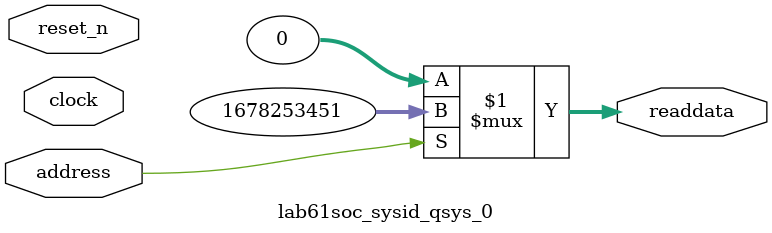
<source format=v>



// synthesis translate_off
`timescale 1ns / 1ps
// synthesis translate_on

// turn off superfluous verilog processor warnings 
// altera message_level Level1 
// altera message_off 10034 10035 10036 10037 10230 10240 10030 

module lab61soc_sysid_qsys_0 (
               // inputs:
                address,
                clock,
                reset_n,

               // outputs:
                readdata
             )
;

  output  [ 31: 0] readdata;
  input            address;
  input            clock;
  input            reset_n;

  wire    [ 31: 0] readdata;
  //control_slave, which is an e_avalon_slave
  assign readdata = address ? 1678253451 : 0;

endmodule



</source>
